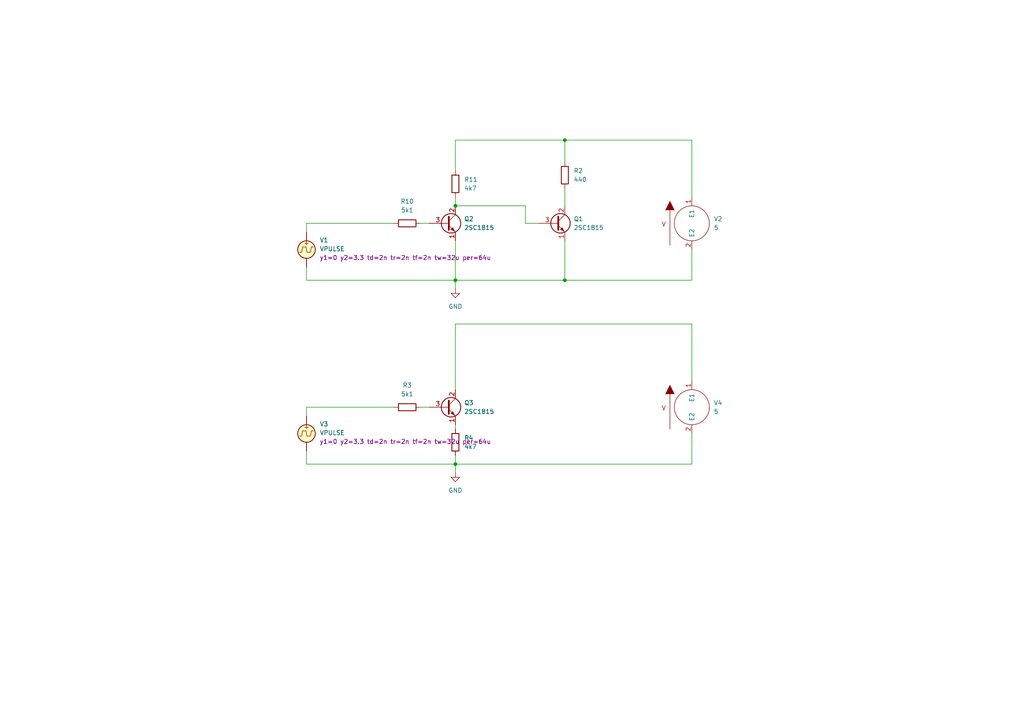
<source format=kicad_sch>
(kicad_sch (version 20211123) (generator eeschema)
  (paper "A4")
  (lib_symbols
    (symbol "Device:R" (pin_numbers hide) (pin_names (offset 0))
      (property "Reference" "R" (at 2.032 0 90))
      (property "Value" "R" (at 0 0 90))
      (symbol "R_0_1"
        (rectangle (start -1.016 -2.54) (end 1.016 2.54) (stroke (width 0.254)))
      )
      (symbol "R_1_1"
        (pin passive line (at 0 3.81 270) (length 1.27) (name "~") (number "1"))
        (pin passive line (at 0 -3.81 90) (length 1.27) (name "~") (number "2"))
      )
    )
    (symbol "Simulation_SPICE:VPULSE" (pin_numbers hide) (pin_names (offset 0.0254))
      (property "Reference" "V" (at 2.54 2.54 0))
      (property "Value" "VPULSE" (at 2.54 0 0))
      (property "Spice_Model" "pulse(0 1 2n 2n 2n 50n 100n)" (at 2.54 -2.54 0))
      (symbol "VPULSE_0_0"
        (polyline (pts (xy -2.032 -0.762) (xy -1.397 -0.762) (xy -1.143 0.762) (xy -0.127 0.762) (xy 0.127 -0.762) (xy 1.143 -0.762) (xy 1.397 0.762) (xy 2.032 0.762)))
        (text "+" (at 0 1.905 0) (effects (font (size 1.27 1.27))))
      )
      (symbol "VPULSE_0_1"
        (circle (center 0 0) (radius 2.54) (stroke (width 0.254)) (fill (type background)))
      )
      (symbol "VPULSE_1_1"
        (pin passive line (at 0 5.08 270) (length 2.54) (name "~") (number "1"))
        (pin passive line (at 0 -5.08 90) (length 2.54) (name "~") (number "2"))
      )
    )
    (symbol "Transistor_BJT:2SC1815" (pin_names (offset 0) hide)
      (property "Reference" "Q" (at 5.08 1.905 0))
      (property "Value" "2SC1815" (at 5.08 0 0))
      (symbol "2SC1815_0_1"
        (polyline (pts (xy 0 0) (xy 0.508 0)))
        (polyline (pts (xy 0.635 0.635) (xy 2.54 2.54)))
        (polyline (pts (xy 0.635 -0.635) (xy 2.54 -2.54) (xy 2.54 -2.54)))
        (polyline (pts (xy 0.635 1.905) (xy 0.635 -1.905) (xy 0.635 -1.905)) (stroke (width 0.508)))
        (polyline (pts (xy 1.27 -1.778) (xy 1.778 -1.27) (xy 2.286 -2.286) (xy 1.27 -1.778) (xy 1.27 -1.778)) (fill (type outline)))
        (circle (center 1.27 0) (radius 2.8194) (stroke (width 0.254)))
      )
      (symbol "2SC1815_1_1"
        (pin passive line (at 2.54 -5.08 90) (length 2.54) (name "E") (number "1"))
        (pin passive line (at 2.54 5.08 270) (length 2.54) (name "C") (number "2"))
        (pin input line (at -5.08 0 0) (length 5.08) (name "B") (number "3"))
      )
    )
    (symbol "power:GND" (power) (pin_names (offset 0))
      (property "Value" "GND" (at 0 -3.81 0))
      (symbol "GND_0_1"
        (polyline (pts (xy 0 0) (xy 0 -1.27) (xy 1.27 -1.27) (xy 0 -2.54) (xy -1.27 -1.27) (xy 0 -1.27)))
      )
      (symbol "GND_1_1"
        (pin power_in line (at 0 0 270) (length 0) hide (name "GND") (number "1"))
      )
    )
    (symbol "pspice:VSOURCE" (pin_names (offset 1.016))
      (property "Reference" "V" (at -6.35 7.62 0))
      (property "Value" "VSOURCE" (at 0 0 0))
      (symbol "VSOURCE_0_1"
        (polyline (pts (xy -6.35 -6.35) (xy -6.35 3.81)) (fill (type outline)))
        (polyline (pts (xy -7.62 3.81) (xy -6.35 6.35) (xy -5.08 3.81)) (fill (type outline)))
        (circle (center 0 0) (radius 5.08))
        (text "V" (at -8.128 -0.254 0) (effects (font (size 1.27 1.27))))
      )
      (symbol "VSOURCE_1_1"
        (pin input line (at 0 7.62 270) (length 2.54) (name "E1") (number "1"))
        (pin input line (at 0 -7.62 90) (length 2.54) (name "E2") (number "2"))
      )
    )
  )
  (junction (at 132.08 134.62))
  (junction (at 163.83 40.64))
  (junction (at 132.08 59.69))
  (junction (at 132.08 81.28))
  (junction (at 163.83 81.28))
  (wire (pts (xy 88.9 77.47) (xy 88.9 81.28)))
  (wire (pts (xy 163.83 40.64) (xy 163.83 46.99)))
  (wire (pts (xy 132.08 40.64) (xy 132.08 49.53)))
  (wire (pts (xy 163.83 54.61) (xy 163.83 59.69)))
  (wire (pts (xy 200.66 57.15) (xy 200.66 40.64)))
  (wire (pts (xy 163.83 40.64) (xy 132.08 40.64)))
  (wire (pts (xy 88.9 81.28) (xy 132.08 81.28)))
  (wire (pts (xy 200.66 125.73) (xy 200.66 134.62)))
  (wire (pts (xy 132.08 81.28) (xy 163.83 81.28)))
  (wire (pts (xy 132.08 132.08) (xy 132.08 134.62)))
  (wire (pts (xy 132.08 93.98) (xy 132.08 113.03)))
  (wire (pts (xy 132.08 69.85) (xy 132.08 81.28)))
  (wire (pts (xy 152.4 59.69) (xy 152.4 64.77)))
  (wire (pts (xy 132.08 123.19) (xy 132.08 124.46)))
  (wire (pts (xy 88.9 64.77) (xy 114.3 64.77)))
  (wire (pts (xy 132.08 93.98) (xy 200.66 93.98)))
  (wire (pts (xy 88.9 118.11) (xy 88.9 120.65)))
  (wire (pts (xy 88.9 130.81) (xy 88.9 134.62)))
  (wire (pts (xy 132.08 57.15) (xy 132.08 59.69)))
  (wire (pts (xy 163.83 69.85) (xy 163.83 81.28)))
  (wire (pts (xy 88.9 64.77) (xy 88.9 67.31)))
  (wire (pts (xy 163.83 81.28) (xy 200.66 81.28)))
  (wire (pts (xy 200.66 110.49) (xy 200.66 93.98)))
  (wire (pts (xy 132.08 134.62) (xy 200.66 134.62)))
  (wire (pts (xy 200.66 40.64) (xy 163.83 40.64)))
  (wire (pts (xy 132.08 81.28) (xy 132.08 83.82)))
  (wire (pts (xy 88.9 134.62) (xy 132.08 134.62)))
  (wire (pts (xy 152.4 64.77) (xy 156.21 64.77)))
  (wire (pts (xy 200.66 72.39) (xy 200.66 81.28)))
  (wire (pts (xy 132.08 59.69) (xy 152.4 59.69)))
  (wire (pts (xy 88.9 118.11) (xy 114.3 118.11)))
  (wire (pts (xy 121.92 64.77) (xy 124.46 64.77)))
  (wire (pts (xy 132.08 134.62) (xy 132.08 137.16)))
  (wire (pts (xy 121.92 118.11) (xy 124.46 118.11)))
  (symbol (lib_id "Device:R") (at 132.08 53.34 0) (unit 1)
    (property "Reference" "R11" (at 134.62 52.0699 0) (effects (justify left)))
    (property "Value" "4k7" (at 134.62 54.6099 0) (effects (justify left)))
  )
  (symbol (lib_id "Device:R") (at 118.11 118.11 90) (unit 1)
    (property "Reference" "R3" (at 118.11 111.76 90))
    (property "Value" "5k1" (at 118.11 114.3 90))
  )
  (symbol (lib_id "Transistor_BJT:2SC1815") (at 161.29 64.77 0) (unit 1)
    (property "Reference" "Q1" (at 166.37 63.4999 0) (effects (justify left)))
    (property "Value" "2SC1815" (at 166.37 66.0399 0) (effects (justify left)))
    (property "Footprint" "Package_TO_SOT_THT:TO-92_Inline" (effects hide))
    (property "Datasheet" "https://media.digikey.com/pdf/Data%20Sheets/Toshiba%20PDFs/2SC1815.pdf" (effects hide))
    (property "Spice_Primitive" "Q" (effects hide))
    (property "Spice_Model" "2SC1815" (effects hide))
    (property "Spice_Netlist_Enabled" "Y" (effects hide))
    (property "Spice_Lib_File" "/home/yi/Documents/project/microphone/spicemodel.txt" (effects hide))
    (property "Spice_Node_Sequence" "2 3 1" (effects hide))
  )
  (symbol (lib_id "power:GND") (at 132.08 83.82 0) (unit 1)
    (property "Reference" "#PWR011" (effects hide))
    (property "Value" "GND" (at 132.08 88.9 0))
  )
  (symbol (lib_id "pspice:VSOURCE") (at 200.66 118.11 0) (unit 1)
    (property "Reference" "V4" (at 207.01 116.8399 0) (effects (justify left)))
    (property "Value" "5" (at 207.01 119.3799 0) (effects (justify left)))
  )
  (symbol (lib_id "power:GND") (at 132.08 137.16 0) (unit 1)
    (property "Reference" "#PWR01" (effects hide))
    (property "Value" "GND" (at 132.08 142.24 0))
  )
  (symbol (lib_id "Device:R") (at 163.83 50.8 0) (unit 1)
    (property "Reference" "R2" (at 166.37 49.5299 0) (effects (justify left)))
    (property "Value" "440" (at 166.37 52.0699 0) (effects (justify left)))
  )
  (symbol (lib_id "Device:R") (at 132.08 128.27 0) (unit 1)
    (property "Reference" "R4" (at 134.62 126.9999 0) (effects (justify left)))
    (property "Value" "4k7" (at 134.62 129.5399 0) (effects (justify left)))
  )
  (symbol (lib_id "Simulation_SPICE:VPULSE") (at 88.9 72.39 0) (unit 1)
    (property "Reference" "V1" (at 92.71 69.6601 0) (effects (justify left)))
    (property "Value" "VPULSE" (at 92.71 72.2001 0) (effects (justify left)))
    (property "Spice_Netlist_Enabled" "Y" (effects hide))
    (property "Spice_Primitive" "V" (effects hide))
    (property "Spice_Model" "pulse(0 3.3 2n 2n 2n 32u 64u)" (at 92.71 74.7401 0) (effects (justify left)))
  )
  (symbol (lib_id "Transistor_BJT:2SC1815") (at 129.54 118.11 0) (unit 1)
    (property "Reference" "Q3" (at 134.62 116.8399 0) (effects (justify left)))
    (property "Value" "2SC1815" (at 134.62 119.3799 0) (effects (justify left)))
    (property "Footprint" "Package_TO_SOT_THT:TO-92_Inline" (effects hide))
    (property "Datasheet" "https://media.digikey.com/pdf/Data%20Sheets/Toshiba%20PDFs/2SC1815.pdf" (effects hide))
    (property "Spice_Primitive" "Q" (effects hide))
    (property "Spice_Model" "2SC1815" (effects hide))
    (property "Spice_Netlist_Enabled" "Y" (effects hide))
    (property "Spice_Lib_File" "/home/yi/Documents/project/microphone/spicemodel.txt" (effects hide))
    (property "Spice_Node_Sequence" "2 3 1" (effects hide))
  )
  (symbol (lib_id "Simulation_SPICE:VPULSE") (at 88.9 125.73 0) (unit 1)
    (property "Reference" "V3" (at 92.71 123.0001 0) (effects (justify left)))
    (property "Value" "VPULSE" (at 92.71 125.5401 0) (effects (justify left)))
    (property "Spice_Netlist_Enabled" "Y" (effects hide))
    (property "Spice_Primitive" "V" (effects hide))
    (property "Spice_Model" "pulse(0 3.3 2n 2n 2n 32u 64u)" (at 92.71 128.0801 0) (effects (justify left)))
  )
  (symbol (lib_id "Device:R") (at 118.11 64.77 90) (unit 1)
    (property "Reference" "R10" (at 118.11 58.42 90))
    (property "Value" "5k1" (at 118.11 60.96 90))
  )
  (symbol (lib_id "Transistor_BJT:2SC1815") (at 129.54 64.77 0) (unit 1)
    (property "Reference" "Q2" (at 134.62 63.4999 0) (effects (justify left)))
    (property "Value" "2SC1815" (at 134.62 66.0399 0) (effects (justify left)))
    (property "Footprint" "Package_TO_SOT_THT:TO-92_Inline" (effects hide))
    (property "Datasheet" "https://media.digikey.com/pdf/Data%20Sheets/Toshiba%20PDFs/2SC1815.pdf" (effects hide))
    (property "Spice_Primitive" "Q" (effects hide))
    (property "Spice_Model" "2SC1815" (effects hide))
    (property "Spice_Netlist_Enabled" "Y" (effects hide))
    (property "Spice_Lib_File" "/home/yi/Documents/project/microphone/spicemodel.txt" (effects hide))
    (property "Spice_Node_Sequence" "2 3 1" (effects hide))
  )
  (symbol (lib_id "pspice:VSOURCE") (at 200.66 64.77 0) (unit 1)
    (property "Reference" "V2" (at 207.01 63.4999 0) (effects (justify left)))
    (property "Value" "5" (at 207.01 66.0399 0) (effects (justify left)))
  )
)
</source>
